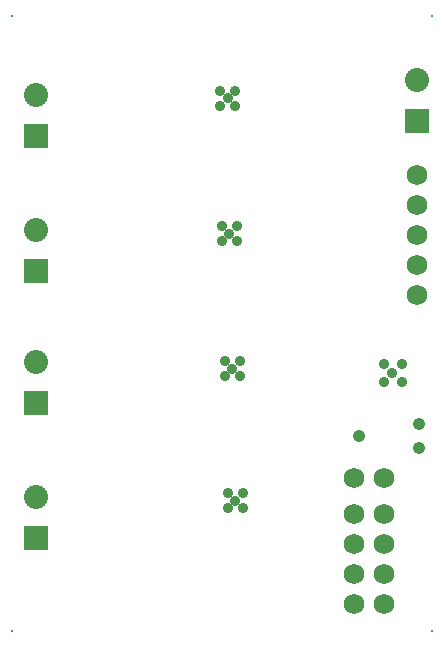
<source format=gbs>
G04 Layer_Color=16711935*
%FSLAX25Y25*%
%MOIN*%
G70*
G01*
G75*
%ADD63C,0.04200*%
%ADD64R,0.00800X0.00800*%
%ADD65C,0.08000*%
%ADD66R,0.08000X0.08000*%
%ADD67C,0.06800*%
%ADD68C,0.03600*%
D63*
X275819Y325150D02*
D03*
X295819Y329150D02*
D03*
Y321150D02*
D03*
D64*
X300000Y465000D02*
D03*
X160000D02*
D03*
X300000Y260000D02*
D03*
X160000D02*
D03*
D65*
X168000Y304800D02*
D03*
Y349800D02*
D03*
Y393800D02*
D03*
Y438800D02*
D03*
X295000Y443800D02*
D03*
D66*
X168000Y291000D02*
D03*
Y336000D02*
D03*
Y380000D02*
D03*
Y425000D02*
D03*
X295000Y430000D02*
D03*
D67*
Y412000D02*
D03*
Y402000D02*
D03*
Y392000D02*
D03*
Y382000D02*
D03*
Y372000D02*
D03*
X274000Y311000D02*
D03*
X284000D02*
D03*
Y269000D02*
D03*
X274000D02*
D03*
X284000Y279000D02*
D03*
X274000D02*
D03*
X284000Y289000D02*
D03*
X274000D02*
D03*
X284000Y299000D02*
D03*
X274000D02*
D03*
D68*
X284000Y343000D02*
D03*
X290000Y349000D02*
D03*
Y343000D02*
D03*
X284000Y349000D02*
D03*
X286874Y346063D02*
D03*
X231000Y350000D02*
D03*
X231957Y437637D02*
D03*
X232445Y392449D02*
D03*
X233445Y347449D02*
D03*
X234445Y303449D02*
D03*
X236000Y350000D02*
D03*
Y345000D02*
D03*
X231000D02*
D03*
X237000Y306000D02*
D03*
X232000D02*
D03*
X237000Y301000D02*
D03*
X232000D02*
D03*
X229512Y440188D02*
D03*
X234512D02*
D03*
Y435188D02*
D03*
X229512D02*
D03*
X230000Y390000D02*
D03*
X235000D02*
D03*
X230000Y395000D02*
D03*
X235000D02*
D03*
M02*

</source>
